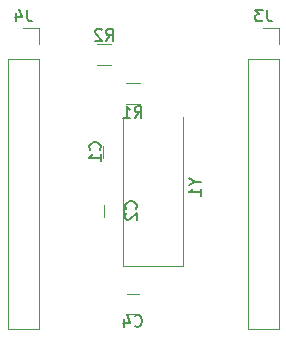
<source format=gbo>
%TF.GenerationSoftware,KiCad,Pcbnew,4.0.7*%
%TF.CreationDate,2019-09-16T14:18:56-03:00*%
%TF.ProjectId,pinguicaro,70696E6775696361726F2E6B69636164,rev?*%
%TF.FileFunction,Legend,Bot*%
%FSLAX46Y46*%
G04 Gerber Fmt 4.6, Leading zero omitted, Abs format (unit mm)*
G04 Created by KiCad (PCBNEW 4.0.7) date Mon Sep 16 14:18:56 2019*
%MOMM*%
%LPD*%
G01*
G04 APERTURE LIST*
%ADD10C,0.100000*%
%ADD11C,0.120000*%
%ADD12C,0.150000*%
G04 APERTURE END LIST*
D10*
D11*
X155350000Y-101100000D02*
X155350000Y-100100000D01*
X157050000Y-100100000D02*
X157050000Y-101100000D01*
X157100000Y-105100000D02*
X157100000Y-106100000D01*
X155400000Y-106100000D02*
X155400000Y-105100000D01*
X158350000Y-114325000D02*
X157350000Y-114325000D01*
X157350000Y-112625000D02*
X158350000Y-112625000D01*
X158450000Y-94770000D02*
X157250000Y-94770000D01*
X157250000Y-96530000D02*
X158450000Y-96530000D01*
X154850000Y-93280000D02*
X156050000Y-93280000D01*
X156050000Y-91520000D02*
X154850000Y-91520000D01*
X162150000Y-97700000D02*
X162150000Y-110300000D01*
X162150000Y-110300000D02*
X157050000Y-110300000D01*
X157050000Y-110300000D02*
X157050000Y-97700000D01*
X170240000Y-115630000D02*
X167580000Y-115630000D01*
X170240000Y-92710000D02*
X170240000Y-115630000D01*
X167580000Y-92710000D02*
X167580000Y-115630000D01*
X170240000Y-92710000D02*
X167580000Y-92710000D01*
X170240000Y-91440000D02*
X170240000Y-90110000D01*
X170240000Y-90110000D02*
X168910000Y-90110000D01*
X149920000Y-115630000D02*
X147260000Y-115630000D01*
X149920000Y-92710000D02*
X149920000Y-115630000D01*
X147260000Y-92710000D02*
X147260000Y-115630000D01*
X149920000Y-92710000D02*
X147260000Y-92710000D01*
X149920000Y-91440000D02*
X149920000Y-90110000D01*
X149920000Y-90110000D02*
X148590000Y-90110000D01*
D12*
X155057143Y-100433334D02*
X155104762Y-100385715D01*
X155152381Y-100242858D01*
X155152381Y-100147620D01*
X155104762Y-100004762D01*
X155009524Y-99909524D01*
X154914286Y-99861905D01*
X154723810Y-99814286D01*
X154580952Y-99814286D01*
X154390476Y-99861905D01*
X154295238Y-99909524D01*
X154200000Y-100004762D01*
X154152381Y-100147620D01*
X154152381Y-100242858D01*
X154200000Y-100385715D01*
X154247619Y-100433334D01*
X155152381Y-101385715D02*
X155152381Y-100814286D01*
X155152381Y-101100000D02*
X154152381Y-101100000D01*
X154295238Y-101004762D01*
X154390476Y-100909524D01*
X154438095Y-100814286D01*
X158107143Y-105433334D02*
X158154762Y-105385715D01*
X158202381Y-105242858D01*
X158202381Y-105147620D01*
X158154762Y-105004762D01*
X158059524Y-104909524D01*
X157964286Y-104861905D01*
X157773810Y-104814286D01*
X157630952Y-104814286D01*
X157440476Y-104861905D01*
X157345238Y-104909524D01*
X157250000Y-105004762D01*
X157202381Y-105147620D01*
X157202381Y-105242858D01*
X157250000Y-105385715D01*
X157297619Y-105433334D01*
X157297619Y-105814286D02*
X157250000Y-105861905D01*
X157202381Y-105957143D01*
X157202381Y-106195239D01*
X157250000Y-106290477D01*
X157297619Y-106338096D01*
X157392857Y-106385715D01*
X157488095Y-106385715D01*
X157630952Y-106338096D01*
X158202381Y-105766667D01*
X158202381Y-106385715D01*
X158016666Y-115332143D02*
X158064285Y-115379762D01*
X158207142Y-115427381D01*
X158302380Y-115427381D01*
X158445238Y-115379762D01*
X158540476Y-115284524D01*
X158588095Y-115189286D01*
X158635714Y-114998810D01*
X158635714Y-114855952D01*
X158588095Y-114665476D01*
X158540476Y-114570238D01*
X158445238Y-114475000D01*
X158302380Y-114427381D01*
X158207142Y-114427381D01*
X158064285Y-114475000D01*
X158016666Y-114522619D01*
X157159523Y-114760714D02*
X157159523Y-115427381D01*
X157397619Y-114379762D02*
X157635714Y-115094048D01*
X157016666Y-115094048D01*
X158016666Y-97752381D02*
X158350000Y-97276190D01*
X158588095Y-97752381D02*
X158588095Y-96752381D01*
X158207142Y-96752381D01*
X158111904Y-96800000D01*
X158064285Y-96847619D01*
X158016666Y-96942857D01*
X158016666Y-97085714D01*
X158064285Y-97180952D01*
X158111904Y-97228571D01*
X158207142Y-97276190D01*
X158588095Y-97276190D01*
X157064285Y-97752381D02*
X157635714Y-97752381D01*
X157350000Y-97752381D02*
X157350000Y-96752381D01*
X157445238Y-96895238D01*
X157540476Y-96990476D01*
X157635714Y-97038095D01*
X155616666Y-91202381D02*
X155950000Y-90726190D01*
X156188095Y-91202381D02*
X156188095Y-90202381D01*
X155807142Y-90202381D01*
X155711904Y-90250000D01*
X155664285Y-90297619D01*
X155616666Y-90392857D01*
X155616666Y-90535714D01*
X155664285Y-90630952D01*
X155711904Y-90678571D01*
X155807142Y-90726190D01*
X156188095Y-90726190D01*
X155235714Y-90297619D02*
X155188095Y-90250000D01*
X155092857Y-90202381D01*
X154854761Y-90202381D01*
X154759523Y-90250000D01*
X154711904Y-90297619D01*
X154664285Y-90392857D01*
X154664285Y-90488095D01*
X154711904Y-90630952D01*
X155283333Y-91202381D01*
X154664285Y-91202381D01*
X163126190Y-103123809D02*
X163602381Y-103123809D01*
X162602381Y-102790476D02*
X163126190Y-103123809D01*
X162602381Y-103457143D01*
X163602381Y-104314286D02*
X163602381Y-103742857D01*
X163602381Y-104028571D02*
X162602381Y-104028571D01*
X162745238Y-103933333D01*
X162840476Y-103838095D01*
X162888095Y-103742857D01*
X169243333Y-88562381D02*
X169243333Y-89276667D01*
X169290953Y-89419524D01*
X169386191Y-89514762D01*
X169529048Y-89562381D01*
X169624286Y-89562381D01*
X168862381Y-88562381D02*
X168243333Y-88562381D01*
X168576667Y-88943333D01*
X168433809Y-88943333D01*
X168338571Y-88990952D01*
X168290952Y-89038571D01*
X168243333Y-89133810D01*
X168243333Y-89371905D01*
X168290952Y-89467143D01*
X168338571Y-89514762D01*
X168433809Y-89562381D01*
X168719524Y-89562381D01*
X168814762Y-89514762D01*
X168862381Y-89467143D01*
X148923333Y-88562381D02*
X148923333Y-89276667D01*
X148970953Y-89419524D01*
X149066191Y-89514762D01*
X149209048Y-89562381D01*
X149304286Y-89562381D01*
X148018571Y-88895714D02*
X148018571Y-89562381D01*
X148256667Y-88514762D02*
X148494762Y-89229048D01*
X147875714Y-89229048D01*
M02*

</source>
